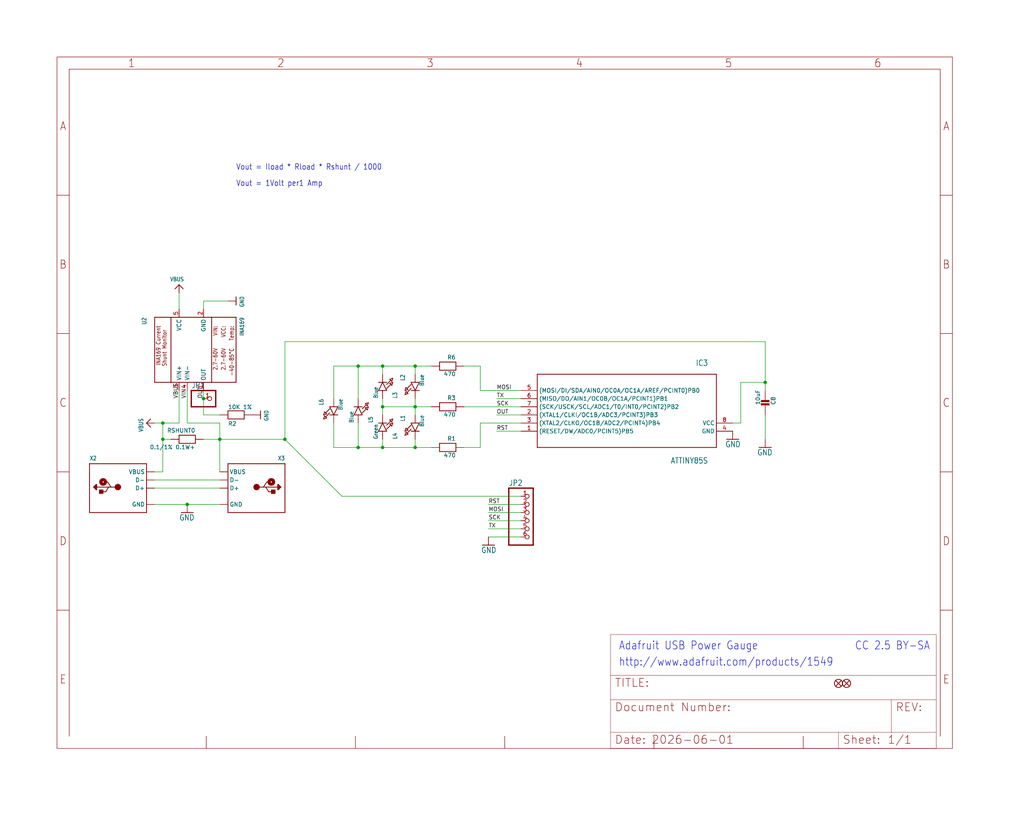
<source format=kicad_sch>
(kicad_sch (version 20230121) (generator eeschema)
  (paper "User" 319.507 254.127)
  (lib_symbols
    (symbol "working-eagle-import:ATTINY85S"
      (property "Reference" "IC" (at -25.4 12.7 0))
      (symbol "ATTINY85S_1_0"
        (polyline (pts (xy -27.94 -12.7) (xy -27.94 10.16)) (stroke (width 0.254)))
        (polyline (pts (xy -27.94 10.16) (xy 27.94 10.16)) (stroke (width 0.254)))
        (polyline (pts (xy 27.94 -12.7) (xy -27.94 -12.7)) (stroke (width 0.254)))
        (polyline (pts (xy 27.94 10.16) (xy 27.94 -12.7)) (stroke (width 0.254)))
        (pin bidirectional line (at 33.02 -7.62 180) (length 5.08) (name "(RESET/DW/ADC0/PCINT5)PB5") (number "1"))
        (pin bidirectional line (at 33.02 -2.54 180) (length 5.08) (name "(XTAL1/CLKI/OC1B/ADC3/PCINT3)PB3") (number "2"))
        (pin bidirectional line (at 33.02 -5.08 180) (length 5.08) (name "(XTAL2/CLKO/OC1B/ADC2/PCINT4)PB4") (number "3"))
        (pin bidirectional line (at -33.02 -7.62 0) (length 5.08) (name "GND") (number "4"))
        (pin bidirectional line (at 33.02 5.08 180) (length 5.08) (name "(MOSI/DI/SDA/AIN0/OC0A/OC1A/AREF/PCINT0)PB0") (number "5"))
        (pin bidirectional line (at 33.02 2.54 180) (length 5.08) (name "(MISO/DO/AIN1/OC0B/OC1A/PCINT1)PB1") (number "6"))
        (pin bidirectional line (at 33.02 0 180) (length 5.08) (name "(SCK/USCK/SCL/ADC1/T0/INT0/PCINT2)PB2") (number "7"))
        (pin bidirectional line (at -33.02 -5.08 0) (length 5.08) (name "VCC") (number "8"))
      )
    )
    (symbol "working-eagle-import:CAP_CERAMIC0805-NOOUTLINE"
      (property "Reference" "C" (at -1.79 0.54 90))
      (symbol "CAP_CERAMIC0805-NOOUTLINE_1_0"
        (rectangle (start -1.27 0.508) (end 1.27 1.016) (fill (type outline)))
        (rectangle (start -1.27 1.524) (end 1.27 2.032) (fill (type outline)))
        (polyline (pts (xy 0 0.762) (xy 0 0)) (stroke (width 0.1524)))
        (polyline (pts (xy 0 2.54) (xy 0 1.778)) (stroke (width 0.1524)))
        (pin passive line (at 0 5.08 270) (length 2.54) (name "1") (number "1"))
        (pin passive line (at 0 -2.54 90) (length 2.54) (name "2") (number "2"))
      )
    )
    (symbol "working-eagle-import:FIDUCIAL{dblquote}{dblquote}"
      (symbol "FIDUCIAL{dblquote}{dblquote}_1_0"
        (polyline (pts (xy -0.762 0.762) (xy 0.762 -0.762)) (stroke (width 0.254)))
        (polyline (pts (xy 0.762 0.762) (xy -0.762 -0.762)) (stroke (width 0.254)))
        (circle (center 0 0) (radius 1.27) (stroke (width 0.254)))
      )
    )
    (symbol "working-eagle-import:FRAME_A_L"
      (symbol "FRAME_A_L_1_0"
        (polyline (pts (xy 0 43.18) (xy 3.81 43.18)))
        (polyline (pts (xy 0 86.36) (xy 3.81 86.36)))
        (polyline (pts (xy 0 129.54) (xy 3.81 129.54)))
        (polyline (pts (xy 0 172.72) (xy 3.81 172.72)))
        (polyline (pts (xy 3.81 3.81) (xy 3.81 212.09)))
        (polyline (pts (xy 46.5667 0) (xy 46.5667 3.81)))
        (polyline (pts (xy 93.1333 0) (xy 93.1333 3.81)))
        (polyline (pts (xy 139.7 0) (xy 139.7 3.81)))
        (polyline (pts (xy 186.2667 0) (xy 186.2667 3.81)))
        (polyline (pts (xy 232.8333 0) (xy 232.8333 3.81)))
        (polyline (pts (xy 275.59 3.81) (xy 275.59 212.09)))
        (polyline (pts (xy 275.59 43.18) (xy 279.4 43.18)))
        (polyline (pts (xy 275.59 86.36) (xy 279.4 86.36)))
        (polyline (pts (xy 275.59 129.54) (xy 279.4 129.54)))
        (polyline (pts (xy 275.59 172.72) (xy 279.4 172.72)))
        (polyline (pts (xy 275.59 212.09) (xy 3.81 212.09)))
        (polyline (pts (xy 0 0) (xy 279.4 0) (xy 279.4 215.9) (xy 0 215.9) (xy 0 0)))
        (text "1" (at 23.2833 213.995 0) (effects (font (size 2.54 2.286))))
        (text "2" (at 69.85 213.995 0) (effects (font (size 2.54 2.286))))
        (text "3" (at 116.4167 213.995 0) (effects (font (size 2.54 2.286))))
        (text "4" (at 162.9833 213.995 0) (effects (font (size 2.54 2.286))))
        (text "5" (at 209.55 213.995 0) (effects (font (size 2.54 2.286))))
        (text "6" (at 256.1167 213.995 0) (effects (font (size 2.54 2.286))))
        (text "A" (at 1.905 194.31 0) (effects (font (size 2.54 2.286))))
        (text "A" (at 277.495 194.31 0) (effects (font (size 2.54 2.286))))
        (text "B" (at 1.905 151.13 0) (effects (font (size 2.54 2.286))))
        (text "B" (at 277.495 151.13 0) (effects (font (size 2.54 2.286))))
        (text "C" (at 1.905 107.95 0) (effects (font (size 2.54 2.286))))
        (text "C" (at 277.495 107.95 0) (effects (font (size 2.54 2.286))))
        (text "D" (at 1.905 64.77 0) (effects (font (size 2.54 2.286))))
        (text "D" (at 277.495 64.77 0) (effects (font (size 2.54 2.286))))
        (text "E" (at 1.905 21.59 0) (effects (font (size 2.54 2.286))))
        (text "E" (at 277.495 21.59 0) (effects (font (size 2.54 2.286))))
      )
      (symbol "FRAME_A_L_2_0"
        (polyline (pts (xy 0 0) (xy 0 5.08)) (stroke (width 0.1016)))
        (polyline (pts (xy 0 0) (xy 71.12 0)) (stroke (width 0.1016)))
        (polyline (pts (xy 0 5.08) (xy 0 15.24)) (stroke (width 0.1016)))
        (polyline (pts (xy 0 5.08) (xy 71.12 5.08)) (stroke (width 0.1016)))
        (polyline (pts (xy 0 15.24) (xy 0 22.86)) (stroke (width 0.1016)))
        (polyline (pts (xy 0 22.86) (xy 0 35.56)) (stroke (width 0.1016)))
        (polyline (pts (xy 0 22.86) (xy 101.6 22.86)) (stroke (width 0.1016)))
        (polyline (pts (xy 71.12 0) (xy 101.6 0)) (stroke (width 0.1016)))
        (polyline (pts (xy 71.12 5.08) (xy 71.12 0)) (stroke (width 0.1016)))
        (polyline (pts (xy 71.12 5.08) (xy 87.63 5.08)) (stroke (width 0.1016)))
        (polyline (pts (xy 87.63 5.08) (xy 101.6 5.08)) (stroke (width 0.1016)))
        (polyline (pts (xy 87.63 15.24) (xy 0 15.24)) (stroke (width 0.1016)))
        (polyline (pts (xy 87.63 15.24) (xy 87.63 5.08)) (stroke (width 0.1016)))
        (polyline (pts (xy 101.6 5.08) (xy 101.6 0)) (stroke (width 0.1016)))
        (polyline (pts (xy 101.6 15.24) (xy 87.63 15.24)) (stroke (width 0.1016)))
        (polyline (pts (xy 101.6 15.24) (xy 101.6 5.08)) (stroke (width 0.1016)))
        (polyline (pts (xy 101.6 22.86) (xy 101.6 15.24)) (stroke (width 0.1016)))
        (polyline (pts (xy 101.6 35.56) (xy 0 35.56)) (stroke (width 0.1016)))
        (polyline (pts (xy 101.6 35.56) (xy 101.6 22.86)) (stroke (width 0.1016)))
        (text "${#}/${##}" (at 86.36 1.27 0) (effects (font (size 2.54 2.54)) (justify left bottom)))
        (text "${CURRENT_DATE}" (at 12.7 1.27 0) (effects (font (size 2.54 2.54)) (justify left bottom)))
        (text "${PROJECTNAME}" (at 17.78 19.05 0) (effects (font (size 2.54 2.54)) (justify left bottom)))
        (text "Date:" (at 1.27 1.27 0) (effects (font (size 2.54 2.54)) (justify left bottom)))
        (text "Document Number:" (at 1.27 11.43 0) (effects (font (size 2.54 2.54)) (justify left bottom)))
        (text "REV:" (at 88.9 11.43 0) (effects (font (size 2.54 2.54)) (justify left bottom)))
        (text "Sheet:" (at 72.39 1.27 0) (effects (font (size 2.54 2.54)) (justify left bottom)))
        (text "TITLE:" (at 1.27 19.05 0) (effects (font (size 2.54 2.54)) (justify left bottom)))
      )
    )
    (symbol "working-eagle-import:GND" (power)
      (property "Value" "GND" (at -2.54 -2.54 0))
      (symbol "GND_1_0"
        (polyline (pts (xy -1.905 0) (xy 1.905 0)) (stroke (width 0.254)))
        (pin power_in line (at 0 2.54 270) (length 2.54) (name "GND") (number "1"))
      )
    )
    (symbol "working-eagle-import:INA169"
      (property "Reference" "U" (at -10.16 15.24 0))
      (symbol "INA169_1_0"
        (polyline (pts (xy -10.16 -5.08) (xy -10.16 -12.7)) (stroke (width 0.254)))
        (polyline (pts (xy -10.16 -5.08) (xy -10.16 7.62)) (stroke (width 0.254)))
        (polyline (pts (xy -10.16 7.62) (xy 10.16 7.62)) (stroke (width 0.254)))
        (polyline (pts (xy -10.16 12.7) (xy -10.16 7.62)) (stroke (width 0.254)))
        (polyline (pts (xy -10.16 12.7) (xy 10.16 12.7)) (stroke (width 0.254)))
        (polyline (pts (xy 10.16 -12.7) (xy -10.16 -12.7)) (stroke (width 0.254)))
        (polyline (pts (xy 10.16 -5.08) (xy -10.16 -5.08)) (stroke (width 0.254)))
        (polyline (pts (xy 10.16 -5.08) (xy 10.16 -12.7)) (stroke (width 0.254)))
        (polyline (pts (xy 10.16 7.62) (xy 10.16 -5.08)) (stroke (width 0.254)))
        (polyline (pts (xy 10.16 12.7) (xy 10.16 7.62)) (stroke (width 0.254)))
        (text "-40-85°C" (at -0.635 -12.065 0) (effects (font (size 1.27 1.0795)) (justify left bottom)))
        (text "2.7-60V" (at -0.635 -9.525 0) (effects (font (size 1.27 1.0795)) (justify left bottom)))
        (text "2.7-60V" (at -0.635 -6.985 0) (effects (font (size 1.27 1.0795)) (justify left bottom)))
        (text "INA169 Current" (at -7.62 10.795 0) (effects (font (size 1.27 1.0795)) (justify left bottom)))
        (text "Shunt Monitor" (at -6.35 8.89 0) (effects (font (size 1.27 1.0795)) (justify left bottom)))
        (text "Temp:" (at -7.62 -12.065 0) (effects (font (size 1.27 1.0795)) (justify left bottom)))
        (text "VCC:" (at -7.62 -9.525 0) (effects (font (size 1.27 1.0795)) (justify left bottom)))
        (text "VIN:" (at -7.62 -6.985 0) (effects (font (size 1.27 1.0795)) (justify left bottom)))
        (pin output line (at 12.7 -2.54 180) (length 2.54) (name "OUT") (number "1"))
        (pin power_in line (at -12.7 -2.54 0) (length 2.54) (name "GND") (number "2"))
        (pin bidirectional line (at 12.7 5.08 180) (length 2.54) (name "VIN+") (number "3"))
        (pin bidirectional line (at 12.7 2.54 180) (length 2.54) (name "VIN-") (number "4"))
        (pin power_in line (at -12.7 5.08 0) (length 2.54) (name "VCC") (number "5"))
      )
    )
    (symbol "working-eagle-import:LED0805_NOOUTLINE"
      (property "Reference" "LED" (at -5.08 3.175 0))
      (symbol "LED0805_NOOUTLINE_1_0"
        (polyline (pts (xy -2.54 -1.27) (xy 0 0)) (stroke (width 0.254)))
        (polyline (pts (xy -2.54 1.27) (xy -2.54 -1.27)) (stroke (width 0.254)))
        (polyline (pts (xy -1.905 1.27) (xy -0.635 2.54)) (stroke (width 0.254)))
        (polyline (pts (xy -0.9525 2.8575) (xy -0.3175 2.2225)) (stroke (width 0.254)))
        (polyline (pts (xy -0.635 1.27) (xy 0.635 2.54)) (stroke (width 0.254)))
        (polyline (pts (xy -0.3175 2.2225) (xy 0 3.175)) (stroke (width 0.254)))
        (polyline (pts (xy 0 0) (xy -2.54 1.27)) (stroke (width 0.254)))
        (polyline (pts (xy 0 0) (xy 0 -1.27)) (stroke (width 0.254)))
        (polyline (pts (xy 0 1.27) (xy 0 0)) (stroke (width 0.254)))
        (polyline (pts (xy 0 3.175) (xy -0.9525 2.8575)) (stroke (width 0.254)))
        (polyline (pts (xy 0.3175 2.8575) (xy 0.9525 2.2225)) (stroke (width 0.254)))
        (polyline (pts (xy 0.9525 2.2225) (xy 1.27 3.175)) (stroke (width 0.254)))
        (polyline (pts (xy 1.27 3.175) (xy 0.3175 2.8575)) (stroke (width 0.254)))
        (pin passive line (at -5.08 0 0) (length 2.54) (name "A") (number "A"))
        (pin passive line (at 2.54 0 180) (length 2.54) (name "C") (number "C"))
      )
    )
    (symbol "working-eagle-import:PINHD-1X1CB"
      (property "Reference" "JP" (at -6.35 3.175 0))
      (symbol "PINHD-1X1CB_1_0"
        (polyline (pts (xy -6.35 -2.54) (xy 1.27 -2.54)) (stroke (width 0.4064)))
        (polyline (pts (xy -6.35 2.54) (xy -6.35 -2.54)) (stroke (width 0.4064)))
        (polyline (pts (xy 1.27 -2.54) (xy 1.27 2.54)) (stroke (width 0.4064)))
        (polyline (pts (xy 1.27 2.54) (xy -6.35 2.54)) (stroke (width 0.4064)))
        (pin passive inverted (at -2.54 0 0) (length 2.54) (name "1") (number "1"))
      )
    )
    (symbol "working-eagle-import:PINHD-1X6CB"
      (property "Reference" "JP" (at -6.35 10.795 0))
      (symbol "PINHD-1X6CB_1_0"
        (polyline (pts (xy -6.35 -7.62) (xy 1.27 -7.62)) (stroke (width 0.4064)))
        (polyline (pts (xy -6.35 10.16) (xy -6.35 -7.62)) (stroke (width 0.4064)))
        (polyline (pts (xy 1.27 -7.62) (xy 1.27 10.16)) (stroke (width 0.4064)))
        (polyline (pts (xy 1.27 10.16) (xy -6.35 10.16)) (stroke (width 0.4064)))
        (pin passive inverted (at -2.54 7.62 0) (length 2.54) (name "1") (number "1"))
        (pin passive inverted (at -2.54 5.08 0) (length 2.54) (name "2") (number "2"))
        (pin passive inverted (at -2.54 2.54 0) (length 2.54) (name "3") (number "3"))
        (pin passive inverted (at -2.54 0 0) (length 2.54) (name "4") (number "4"))
        (pin passive inverted (at -2.54 -2.54 0) (length 2.54) (name "5") (number "5"))
        (pin passive inverted (at -2.54 -5.08 0) (length 2.54) (name "6") (number "6"))
      )
    )
    (symbol "working-eagle-import:RESISTOR0805_NOOUTLINE"
      (property "Reference" "R" (at -2.54 2.032 0))
      (symbol "RESISTOR0805_NOOUTLINE_1_0"
        (polyline (pts (xy -2.54 -1.27) (xy -2.54 1.27)) (stroke (width 0.254)))
        (polyline (pts (xy -2.54 1.27) (xy 2.54 1.27)) (stroke (width 0.254)))
        (polyline (pts (xy 2.54 -1.27) (xy -2.54 -1.27)) (stroke (width 0.254)))
        (polyline (pts (xy 2.54 1.27) (xy 2.54 -1.27)) (stroke (width 0.254)))
        (pin passive line (at -5.08 0 0) (length 2.54) (name "1") (number "1"))
        (pin passive line (at 5.08 0 180) (length 2.54) (name "2") (number "2"))
      )
    )
    (symbol "working-eagle-import:USB_TYPEAPTHFML"
      (property "Reference" "X" (at -10.16 8.636 0))
      (symbol "USB_TYPEAPTHFML_1_0"
        (rectangle (start -7.12 -1.72) (end -5.92 -0.52) (fill (type outline)))
        (circle (center -5.92 1.93) (radius 0.2) (stroke (width 1)))
        (circle (center -1.32 0.33) (radius 0.5) (stroke (width 1)))
        (polyline (pts (xy -10.2 7.62) (xy -10.16 7.62)) (stroke (width 0.254)))
        (polyline (pts (xy -10.16 -7.62) (xy 7.62 -7.62)) (stroke (width 0.254)))
        (polyline (pts (xy -10.16 7.62) (xy -10.16 -7.62)) (stroke (width 0.254)))
        (polyline (pts (xy -10.16 7.62) (xy 7.62 7.62)) (stroke (width 0.254)))
        (polyline (pts (xy -8.92 0.33) (xy -8.12 1.13)) (stroke (width 0.254)))
        (polyline (pts (xy -8.52 0.13) (xy -8.32 -0.07)) (stroke (width 0.254)))
        (polyline (pts (xy -8.52 0.33) (xy -8.52 0.13)) (stroke (width 0.254)))
        (polyline (pts (xy -8.32 -0.07) (xy -8.32 0.73)) (stroke (width 0.254)))
        (polyline (pts (xy -8.32 0.73) (xy -8.72 0.33)) (stroke (width 0.254)))
        (polyline (pts (xy -8.12 -0.47) (xy -8.92 0.33)) (stroke (width 0.254)))
        (polyline (pts (xy -8.12 -0.27) (xy -8.12 1.13)) (stroke (width 0.254)))
        (polyline (pts (xy -8.12 1.13) (xy -7.92 1.13)) (stroke (width 0.254)))
        (polyline (pts (xy -7.92 -0.47) (xy -8.12 -0.47)) (stroke (width 0.254)))
        (polyline (pts (xy -7.92 0.33) (xy -7.92 -0.47)) (stroke (width 0.254)))
        (polyline (pts (xy -7.92 1.13) (xy -7.92 0.33)) (stroke (width 0.254)))
        (polyline (pts (xy -6.27 -1.12) (xy -5.07 -1.12)) (stroke (width 0.254)))
        (polyline (pts (xy -5.52 1.93) (xy -4.52 1.93)) (stroke (width 0.254)))
        (polyline (pts (xy -5.07 -1.12) (xy -4.22 0.33)) (stroke (width 0.254)))
        (polyline (pts (xy -4.52 1.93) (xy -3.47 0.33)) (stroke (width 0.254)))
        (polyline (pts (xy -4.22 0.33) (xy -7.92 0.33)) (stroke (width 0.254)))
        (polyline (pts (xy -3.47 0.33) (xy -4.22 0.33)) (stroke (width 0.254)))
        (polyline (pts (xy -1.32 0.33) (xy -3.47 0.33)) (stroke (width 0.254)))
        (polyline (pts (xy 7.62 7.62) (xy 7.62 -7.62)) (stroke (width 0.254)))
        (pin bidirectional line (at 10.16 0 180) (length 2.54) (name "D+") (number "D+"))
        (pin bidirectional line (at 10.16 2.54 180) (length 2.54) (name "D-") (number "D-"))
        (pin power_in line (at 10.16 -5.08 180) (length 2.54) (name "GND") (number "GND"))
        (pin power_in line (at 10.16 5.08 180) (length 2.54) (name "VBUS") (number "VBUS"))
      )
    )
    (symbol "working-eagle-import:USB_TYPEA_CLIENTTHM"
      (property "Reference" "X" (at -10.16 8.636 0))
      (symbol "USB_TYPEA_CLIENTTHM_1_0"
        (rectangle (start -7.12 -1.72) (end -5.92 -0.52) (fill (type outline)))
        (circle (center -5.92 1.93) (radius 0.2) (stroke (width 1)))
        (circle (center -1.32 0.33) (radius 0.5) (stroke (width 1)))
        (polyline (pts (xy -10.2 7.62) (xy -10.16 7.62)) (stroke (width 0.254)))
        (polyline (pts (xy -10.16 -7.62) (xy 7.62 -7.62)) (stroke (width 0.254)))
        (polyline (pts (xy -10.16 7.62) (xy -10.16 -7.62)) (stroke (width 0.254)))
        (polyline (pts (xy -10.16 7.62) (xy 7.62 7.62)) (stroke (width 0.254)))
        (polyline (pts (xy -8.92 0.33) (xy -8.12 1.13)) (stroke (width 0.254)))
        (polyline (pts (xy -8.52 0.13) (xy -8.32 -0.07)) (stroke (width 0.254)))
        (polyline (pts (xy -8.52 0.33) (xy -8.52 0.13)) (stroke (width 0.254)))
        (polyline (pts (xy -8.32 -0.07) (xy -8.32 0.73)) (stroke (width 0.254)))
        (polyline (pts (xy -8.32 0.73) (xy -8.72 0.33)) (stroke (width 0.254)))
        (polyline (pts (xy -8.12 -0.47) (xy -8.92 0.33)) (stroke (width 0.254)))
        (polyline (pts (xy -8.12 -0.27) (xy -8.12 1.13)) (stroke (width 0.254)))
        (polyline (pts (xy -8.12 1.13) (xy -7.92 1.13)) (stroke (width 0.254)))
        (polyline (pts (xy -7.92 -0.47) (xy -8.12 -0.47)) (stroke (width 0.254)))
        (polyline (pts (xy -7.92 0.33) (xy -7.92 -0.47)) (stroke (width 0.254)))
        (polyline (pts (xy -7.92 1.13) (xy -7.92 0.33)) (stroke (width 0.254)))
        (polyline (pts (xy -6.27 -1.12) (xy -5.07 -1.12)) (stroke (width 0.254)))
        (polyline (pts (xy -5.52 1.93) (xy -4.52 1.93)) (stroke (width 0.254)))
        (polyline (pts (xy -5.07 -1.12) (xy -4.22 0.33)) (stroke (width 0.254)))
        (polyline (pts (xy -4.52 1.93) (xy -3.47 0.33)) (stroke (width 0.254)))
        (polyline (pts (xy -4.22 0.33) (xy -7.92 0.33)) (stroke (width 0.254)))
        (polyline (pts (xy -3.47 0.33) (xy -4.22 0.33)) (stroke (width 0.254)))
        (polyline (pts (xy -1.32 0.33) (xy -3.47 0.33)) (stroke (width 0.254)))
        (polyline (pts (xy 7.62 7.62) (xy 7.62 -7.62)) (stroke (width 0.254)))
        (pin bidirectional line (at 10.16 0 180) (length 2.54) (name "D+") (number "D+"))
        (pin bidirectional line (at 10.16 2.54 180) (length 2.54) (name "D-") (number "D-"))
        (pin power_in line (at 10.16 -5.08 180) (length 2.54) (name "GND") (number "GND"))
        (pin power_in line (at 10.16 5.08 180) (length 2.54) (name "VBUS") (number "VBUS"))
      )
    )
    (symbol "working-eagle-import:VBUS" (power)
      (property "Value" "VBUS" (at -1.524 1.016 0))
      (symbol "VBUS_1_0"
        (polyline (pts (xy -1.27 -1.27) (xy 0 0)) (stroke (width 0.254)))
        (polyline (pts (xy 0 0) (xy 1.27 -1.27)) (stroke (width 0.254)))
        (pin power_in line (at 0 -2.54 90) (length 2.54) (name "VBUS") (number "1"))
      )
    )
    (symbol "working-eagle-import:microbuilder_GND" (power)
      (property "Value" "microbuilder_GND" (at -1.524 -2.54 0))
      (symbol "microbuilder_GND_1_0"
        (polyline (pts (xy -1.27 0) (xy 1.27 0)) (stroke (width 0.254)))
        (pin power_in line (at 0 2.54 270) (length 2.54) (name "GND") (number "1"))
      )
    )
  )
  (junction (at 119.38 114.3))
  (junction (at 129.54 114.3))
  (junction (at 111.76 114.3))
  (junction (at 63.5 124.46))
  (junction (at 119.38 127))
  (junction (at 58.42 157.48))
  (junction (at 111.76 139.7))
  (junction (at 88.9 137.16))
  (junction (at 119.38 139.7))
  (junction (at 129.54 139.7))
  (junction (at 50.8 132.08))
  (junction (at 50.8 137.16))
  (junction (at 238.76 119.38))
  (junction (at 68.58 137.16))
  (junction (at 129.54 127))
  (wire (pts (xy 111.76 132.08) (xy 111.76 139.7)) (stroke (width 0.1524)))
  (wire (pts (xy 119.38 139.7) (xy 129.54 139.7)) (stroke (width 0.1524)))
  (wire (pts (xy 111.76 139.7) (xy 119.38 139.7)) (stroke (width 0.1524)))
  (wire (pts (xy 144.78 114.3) (xy 149.86 114.3)) (stroke (width 0.1524)))
  (wire (pts (xy 238.76 106.68) (xy 238.76 119.38)) (stroke (width 0.1524)))
  (wire (pts (xy 129.54 139.7) (xy 129.54 137.16)) (stroke (width 0.1524)))
  (wire (pts (xy 129.54 127) (xy 119.38 127)) (stroke (width 0.1524)))
  (wire (pts (xy 55.88 132.08) (xy 50.8 132.08)) (stroke (width 0.1524)))
  (wire (pts (xy 162.56 129.54) (xy 154.94 129.54)) (stroke (width 0.1524)))
  (wire (pts (xy 119.38 139.7) (xy 119.38 137.16)) (stroke (width 0.1524)))
  (wire (pts (xy 162.56 157.48) (xy 152.4 157.48)) (stroke (width 0.1524)))
  (wire (pts (xy 63.5 121.92) (xy 63.5 124.46)) (stroke (width 0.1524)))
  (wire (pts (xy 162.56 165.1) (xy 152.4 165.1)) (stroke (width 0.1524)))
  (wire (pts (xy 134.62 127) (xy 129.54 127)) (stroke (width 0.1524)))
  (wire (pts (xy 129.54 127) (xy 129.54 124.46)) (stroke (width 0.1524)))
  (wire (pts (xy 48.26 157.48) (xy 58.42 157.48)) (stroke (width 0.1524)))
  (wire (pts (xy 144.78 139.7) (xy 149.86 139.7)) (stroke (width 0.1524)))
  (wire (pts (xy 119.38 116.84) (xy 119.38 114.3)) (stroke (width 0.1524)))
  (wire (pts (xy 88.9 137.16) (xy 88.9 106.68)) (stroke (width 0.1524)))
  (wire (pts (xy 63.5 96.52) (xy 63.5 93.98)) (stroke (width 0.1524)))
  (wire (pts (xy 119.38 114.3) (xy 111.76 114.3)) (stroke (width 0.1524)))
  (wire (pts (xy 129.54 116.84) (xy 129.54 114.3)) (stroke (width 0.1524)))
  (wire (pts (xy 58.42 121.92) (xy 58.42 132.08)) (stroke (width 0.1524)))
  (wire (pts (xy 111.76 139.7) (xy 104.14 139.7)) (stroke (width 0.1524)))
  (wire (pts (xy 68.58 137.16) (xy 88.9 137.16)) (stroke (width 0.1524)))
  (wire (pts (xy 68.58 132.08) (xy 68.58 137.16)) (stroke (width 0.1524)))
  (wire (pts (xy 68.58 137.16) (xy 68.58 147.32)) (stroke (width 0.1524)))
  (wire (pts (xy 58.42 157.48) (xy 68.58 157.48)) (stroke (width 0.1524)))
  (wire (pts (xy 55.88 121.92) (xy 55.88 132.08)) (stroke (width 0.1524)))
  (wire (pts (xy 162.56 160.02) (xy 152.4 160.02)) (stroke (width 0.1524)))
  (wire (pts (xy 104.14 139.7) (xy 104.14 132.08)) (stroke (width 0.1524)))
  (wire (pts (xy 144.78 127) (xy 162.56 127)) (stroke (width 0.1524)))
  (wire (pts (xy 63.5 129.54) (xy 68.58 129.54)) (stroke (width 0.1524)))
  (wire (pts (xy 119.38 129.54) (xy 119.38 127)) (stroke (width 0.1524)))
  (wire (pts (xy 88.9 106.68) (xy 238.76 106.68)) (stroke (width 0.1524)))
  (wire (pts (xy 162.56 124.46) (xy 154.94 124.46)) (stroke (width 0.1524)))
  (wire (pts (xy 63.5 93.98) (xy 71.12 93.98)) (stroke (width 0.1524)))
  (wire (pts (xy 129.54 114.3) (xy 119.38 114.3)) (stroke (width 0.1524)))
  (wire (pts (xy 111.76 124.46) (xy 111.76 114.3)) (stroke (width 0.1524)))
  (wire (pts (xy 238.76 119.38) (xy 238.76 121.92)) (stroke (width 0.1524)))
  (wire (pts (xy 134.62 114.3) (xy 129.54 114.3)) (stroke (width 0.1524)))
  (wire (pts (xy 50.8 137.16) (xy 53.34 137.16)) (stroke (width 0.1524)))
  (wire (pts (xy 119.38 127) (xy 119.38 124.46)) (stroke (width 0.1524)))
  (wire (pts (xy 48.26 149.86) (xy 68.58 149.86)) (stroke (width 0.1524)))
  (wire (pts (xy 152.4 167.64) (xy 162.56 167.64)) (stroke (width 0.1524)))
  (wire (pts (xy 48.26 152.4) (xy 68.58 152.4)) (stroke (width 0.1524)))
  (wire (pts (xy 48.26 132.08) (xy 50.8 132.08)) (stroke (width 0.1524)))
  (wire (pts (xy 238.76 137.16) (xy 238.76 129.54)) (stroke (width 0.1524)))
  (wire (pts (xy 104.14 114.3) (xy 104.14 124.46)) (stroke (width 0.1524)))
  (wire (pts (xy 63.5 124.46) (xy 63.5 129.54)) (stroke (width 0.1524)))
  (wire (pts (xy 111.76 114.3) (xy 104.14 114.3)) (stroke (width 0.1524)))
  (wire (pts (xy 162.56 134.62) (xy 154.94 134.62)) (stroke (width 0.1524)))
  (wire (pts (xy 68.58 137.16) (xy 63.5 137.16)) (stroke (width 0.1524)))
  (wire (pts (xy 149.86 139.7) (xy 149.86 132.08)) (stroke (width 0.1524)))
  (wire (pts (xy 162.56 162.56) (xy 152.4 162.56)) (stroke (width 0.1524)))
  (wire (pts (xy 106.68 154.94) (xy 88.9 137.16)) (stroke (width 0.1524)))
  (wire (pts (xy 149.86 121.92) (xy 162.56 121.92)) (stroke (width 0.1524)))
  (wire (pts (xy 129.54 129.54) (xy 129.54 127)) (stroke (width 0.1524)))
  (wire (pts (xy 149.86 132.08) (xy 162.56 132.08)) (stroke (width 0.1524)))
  (wire (pts (xy 231.14 119.38) (xy 231.14 132.08)) (stroke (width 0.1524)))
  (wire (pts (xy 48.26 147.32) (xy 50.8 147.32)) (stroke (width 0.1524)))
  (wire (pts (xy 58.42 132.08) (xy 68.58 132.08)) (stroke (width 0.1524)))
  (wire (pts (xy 134.62 139.7) (xy 129.54 139.7)) (stroke (width 0.1524)))
  (wire (pts (xy 149.86 114.3) (xy 149.86 121.92)) (stroke (width 0.1524)))
  (wire (pts (xy 55.88 91.44) (xy 55.88 96.52)) (stroke (width 0.1524)))
  (wire (pts (xy 231.14 132.08) (xy 228.6 132.08)) (stroke (width 0.1524)))
  (wire (pts (xy 238.76 119.38) (xy 231.14 119.38)) (stroke (width 0.1524)))
  (wire (pts (xy 162.56 154.94) (xy 106.68 154.94)) (stroke (width 0.1524)))
  (wire (pts (xy 50.8 132.08) (xy 50.8 137.16)) (stroke (width 0.1524)))
  (wire (pts (xy 50.8 147.32) (xy 50.8 137.16)) (stroke (width 0.1524)))
  (text "Vout = 1Volt per1 Amp" (at 73.66 58.42 0) (effects (font (size 1.778 1.5113)) (justify left bottom)))
  (text "Vout = Iload * Rload * Rshunt / 1000" (at 73.66 53.34 0) (effects (font (size 1.778 1.5113)) (justify left bottom)))
  (text "http://www.adafruit.com/products/1549" (at 193.04 208.28 0) (effects (font (size 2.54 2.159)) (justify left bottom)))
  (text "Adafruit USB Power Gauge" (at 193.04 203.2 0) (effects (font (size 2.54 2.159)) (justify left bottom)))
  (text "CC 2.5 BY-SA" (at 266.7 203.2 0) (effects (font (size 2.54 2.159)) (justify left bottom)))
  (label "RST" (at 154.94 134.62 0) (effects (font (size 1.2446 1.2446))))
  (label "SCK" (at 154.94 127 0) (effects (font (size 1.2446 1.2446))))
  (label "OUT" (at 154.94 129.54 0) (effects (font (size 1.2446 1.2446))))
  (label "MOSI" (at 152.4 160.02 0) (effects (font (size 1.2446 1.2446))))
  (label "VIN-" (at 58.42 124.46 90) (effects (font (size 1.2446 1.2446))))
  (label "MOSI" (at 154.94 121.92 0) (effects (font (size 1.2446 1.2446))))
  (label "RST" (at 152.4 157.48 0) (effects (font (size 1.2446 1.2446))))
  (label "TX" (at 152.4 165.1 0) (effects (font (size 1.2446 1.2446))))
  (label "TX" (at 154.94 124.46 0) (effects (font (size 1.2446 1.2446))))
  (label "SCK" (at 152.4 162.56 0) (effects (font (size 1.2446 1.2446))))
  (label "VBUS" (at 55.88 124.46 90) (effects (font (size 1.2446 1.2446))))
  (label "OUT" (at 63.5 124.46 90) (effects (font (size 1.2446 1.2446))))
  (symbol (lib_id "working-eagle-import:LED0805_NOOUTLINE") (at 104.14 129.54 90) (mirror x) (unit 1)
    (property "Reference" "L6" (at 100.965 124.46 0) (effects (font (size 1.27 1.0795)) (justify left bottom)))
    (property "Value" "Blue" (at 106.934 124.46 0) (effects (font (size 1.27 1.0795)) (justify left bottom)))
    (property "Footprint" "working:CHIPLED_0805_NOOUTLINE" (effects hide))
  )
  (symbol (lib_id "working-eagle-import:CAP_CERAMIC0805-NOOUTLINE") (at 238.76 127 0) (mirror y) (unit 1)
    (property "Reference" "C8" (at 240.55 126.46 90) (effects (justify left bottom)))
    (property "Value" "10uF" (at 235.76 126.46 90) (effects (justify left bottom)))
    (property "Footprint" "working:0805-NO" (effects hide))
  )
  (symbol (lib_id "working-eagle-import:LED0805_NOOUTLINE") (at 111.76 127 270) (mirror x) (unit 1)
    (property "Reference" "L5" (at 114.935 132.08 0) (effects (font (size 1.27 1.0795)) (justify left bottom)))
    (property "Value" "Blue" (at 108.966 132.08 0) (effects (font (size 1.27 1.0795)) (justify left bottom)))
    (property "Footprint" "working:CHIPLED_0805_NOOUTLINE" (effects hide))
  )
  (symbol (lib_id "working-eagle-import:USB_TYPEAPTHFML") (at 78.74 152.4 0) (mirror y) (unit 1)
    (property "Reference" "X3" (at 88.9 143.764 0) (effects (font (size 1.27 1.0795)) (justify left bottom)))
    (property "Value" "USB_TYPEAPTHFML" (effects hide))
    (property "Footprint" "working:USB_HOST-PTH" (effects hide))
  )
  (symbol (lib_id "working-eagle-import:ATTINY85S") (at 195.58 127 0) (mirror y) (unit 1)
    (property "Reference" "IC3" (at 220.98 114.3 0) (effects (font (size 1.778 1.5113)) (justify left bottom)))
    (property "Value" "ATTINY85S" (at 220.98 144.78 0) (effects (font (size 1.778 1.5113)) (justify left bottom)))
    (property "Footprint" "working:SOIC8" (effects hide))
  )
  (symbol (lib_id "working-eagle-import:microbuilder_GND") (at 81.28 129.54 90) (mirror x) (unit 1)
    (property "Reference" "#U$11" (effects hide))
    (property "Value" "GND" (at 83.82 128.016 0) (effects (font (size 1.27 1.0795)) (justify left bottom)))
  )
  (symbol (lib_id "working-eagle-import:GND") (at 152.4 170.18 0) (mirror y) (unit 1)
    (property "Reference" "#GND1" (effects hide))
    (property "Value" "GND" (at 154.94 172.72 0) (effects (font (size 1.778 1.5113)) (justify left bottom)))
  )
  (symbol (lib_id "working-eagle-import:INA169") (at 60.96 109.22 90) (mirror x) (unit 1)
    (property "Reference" "U2" (at 45.72 99.06 0) (effects (font (size 1.27 1.0795)) (justify left bottom)))
    (property "Value" "INA169" (at 76.2 99.06 0) (effects (font (size 1.27 1.0795)) (justify left bottom)))
    (property "Footprint" "working:SOT23-5" (effects hide))
  )
  (symbol (lib_id "working-eagle-import:FRAME_A_L") (at 17.78 233.68 0) (unit 1)
    (property "Reference" "#FRAME1" (effects hide))
    (property "Value" "FRAME_A_L" (effects hide))
  )
  (symbol (lib_id "working-eagle-import:LED0805_NOOUTLINE") (at 119.38 119.38 270) (mirror x) (unit 1)
    (property "Reference" "L3" (at 122.555 124.46 0) (effects (font (size 1.27 1.0795)) (justify left bottom)))
    (property "Value" "Blue" (at 116.586 124.46 0) (effects (font (size 1.27 1.0795)) (justify left bottom)))
    (property "Footprint" "working:CHIPLED_0805_NOOUTLINE" (effects hide))
  )
  (symbol (lib_id "working-eagle-import:RESISTOR0805_NOOUTLINE") (at 58.42 137.16 0) (mirror y) (unit 1)
    (property "Reference" "RSHUNT0" (at 60.96 135.128 0) (effects (justify left bottom)))
    (property "Value" "0.1/1% 0.1W+" (at 60.96 140.335 0) (effects (justify left bottom)))
    (property "Footprint" "working:0805-NO" (effects hide))
  )
  (symbol (lib_id "working-eagle-import:LED0805_NOOUTLINE") (at 129.54 121.92 90) (mirror x) (unit 1)
    (property "Reference" "L2" (at 126.365 116.84 0) (effects (font (size 1.27 1.0795)) (justify left bottom)))
    (property "Value" "Blue" (at 132.334 116.84 0) (effects (font (size 1.27 1.0795)) (justify left bottom)))
    (property "Footprint" "working:CHIPLED_0805_NOOUTLINE" (effects hide))
  )
  (symbol (lib_id "working-eagle-import:FIDUCIAL{dblquote}{dblquote}") (at 261.62 213.36 0) (unit 1)
    (property "Reference" "FID2" (effects hide))
    (property "Value" "FIDUCIAL{dblquote}{dblquote}" (effects hide))
    (property "Footprint" "working:FIDUCIAL_1MM" (effects hide))
  )
  (symbol (lib_id "working-eagle-import:RESISTOR0805_NOOUTLINE") (at 139.7 127 0) (mirror y) (unit 1)
    (property "Reference" "R3" (at 142.24 124.968 0) (effects (justify left bottom)))
    (property "Value" "470" (at 142.24 130.175 0) (effects (justify left bottom)))
    (property "Footprint" "working:0805-NO" (effects hide))
  )
  (symbol (lib_id "working-eagle-import:VBUS") (at 45.72 132.08 90) (mirror x) (unit 1)
    (property "Reference" "#U$1" (effects hide))
    (property "Value" "VBUS" (at 44.704 130.556 0) (effects (font (size 1.27 1.0795)) (justify left bottom)))
  )
  (symbol (lib_id "working-eagle-import:RESISTOR0805_NOOUTLINE") (at 139.7 139.7 0) (mirror y) (unit 1)
    (property "Reference" "R1" (at 142.24 137.668 0) (effects (justify left bottom)))
    (property "Value" "470" (at 142.24 142.875 0) (effects (justify left bottom)))
    (property "Footprint" "working:0805-NO" (effects hide))
  )
  (symbol (lib_id "working-eagle-import:RESISTOR0805_NOOUTLINE") (at 73.66 129.54 0) (mirror x) (unit 1)
    (property "Reference" "R2" (at 71.12 131.572 0) (effects (justify left bottom)))
    (property "Value" "10K 1%" (at 71.12 126.365 0) (effects (justify left bottom)))
    (property "Footprint" "working:0805-NO" (effects hide))
  )
  (symbol (lib_id "working-eagle-import:FIDUCIAL{dblquote}{dblquote}") (at 264.16 213.36 0) (unit 1)
    (property "Reference" "FID1" (effects hide))
    (property "Value" "FIDUCIAL{dblquote}{dblquote}" (effects hide))
    (property "Footprint" "working:FIDUCIAL_1MM" (effects hide))
  )
  (symbol (lib_id "working-eagle-import:LED0805_NOOUTLINE") (at 129.54 134.62 90) (mirror x) (unit 1)
    (property "Reference" "L1" (at 126.365 129.54 0) (effects (font (size 1.27 1.0795)) (justify left bottom)))
    (property "Value" "Blue" (at 132.334 129.54 0) (effects (font (size 1.27 1.0795)) (justify left bottom)))
    (property "Footprint" "working:CHIPLED_0805_NOOUTLINE" (effects hide))
  )
  (symbol (lib_id "working-eagle-import:LED0805_NOOUTLINE") (at 119.38 132.08 270) (mirror x) (unit 1)
    (property "Reference" "L4" (at 122.555 137.16 0) (effects (font (size 1.27 1.0795)) (justify left bottom)))
    (property "Value" "Green" (at 116.586 137.16 0) (effects (font (size 1.27 1.0795)) (justify left bottom)))
    (property "Footprint" "working:CHIPLED_0805_NOOUTLINE" (effects hide))
  )
  (symbol (lib_id "working-eagle-import:PINHD-1X1CB") (at 66.04 124.46 0) (unit 1)
    (property "Reference" "JP1" (at 59.69 121.285 0) (effects (font (size 1.778 1.5113)) (justify left bottom)))
    (property "Value" "PINHD-1X1CB" (effects hide))
    (property "Footprint" "working:1X01-CLEANBIG" (effects hide))
  )
  (symbol (lib_id "working-eagle-import:GND") (at 58.42 160.02 0) (unit 1)
    (property "Reference" "#GND2" (effects hide))
    (property "Value" "GND" (at 55.88 162.56 0) (effects (font (size 1.778 1.5113)) (justify left bottom)))
  )
  (symbol (lib_id "working-eagle-import:PINHD-1X6CB") (at 165.1 162.56 0) (unit 1)
    (property "Reference" "JP2" (at 158.75 151.765 0) (effects (font (size 1.778 1.5113)) (justify left bottom)))
    (property "Value" "PINHD-1X6CB" (effects hide))
    (property "Footprint" "working:1X06-CLEANBIG" (effects hide))
  )
  (symbol (lib_id "working-eagle-import:GND") (at 238.76 139.7 0) (unit 1)
    (property "Reference" "#GND12" (effects hide))
    (property "Value" "GND" (at 236.22 142.24 0) (effects (font (size 1.778 1.5113)) (justify left bottom)))
  )
  (symbol (lib_id "working-eagle-import:USB_TYPEA_CLIENTTHM") (at 38.1 152.4 0) (unit 1)
    (property "Reference" "X2" (at 27.94 143.764 0) (effects (font (size 1.27 1.0795)) (justify left bottom)))
    (property "Value" "USB_TYPEA_CLIENTTHM" (effects hide))
    (property "Footprint" "working:USB_A-THM" (effects hide))
  )
  (symbol (lib_id "working-eagle-import:GND") (at 228.6 137.16 0) (mirror y) (unit 1)
    (property "Reference" "#GND22" (effects hide))
    (property "Value" "GND" (at 231.14 139.7 0) (effects (font (size 1.778 1.5113)) (justify left bottom)))
  )
  (symbol (lib_id "working-eagle-import:microbuilder_GND") (at 73.66 93.98 90) (mirror x) (unit 1)
    (property "Reference" "#U$10" (effects hide))
    (property "Value" "GND" (at 76.2 92.456 0) (effects (font (size 1.27 1.0795)) (justify left bottom)))
  )
  (symbol (lib_id "working-eagle-import:FRAME_A_L") (at 190.5 233.68 0) (unit 2)
    (property "Reference" "#FRAME1" (effects hide))
    (property "Value" "FRAME_A_L" (effects hide))
  )
  (symbol (lib_id "working-eagle-import:VBUS") (at 55.88 88.9 0) (mirror y) (unit 1)
    (property "Reference" "#U$2" (effects hide))
    (property "Value" "VBUS" (at 57.404 87.884 0) (effects (font (size 1.27 1.0795)) (justify left bottom)))
  )
  (symbol (lib_id "working-eagle-import:RESISTOR0805_NOOUTLINE") (at 139.7 114.3 0) (mirror y) (unit 1)
    (property "Reference" "R6" (at 142.24 112.268 0) (effects (justify left bottom)))
    (property "Value" "470" (at 142.24 117.475 0) (effects (justify left bottom)))
    (property "Footprint" "working:0805-NO" (effects hide))
  )
)
</source>
